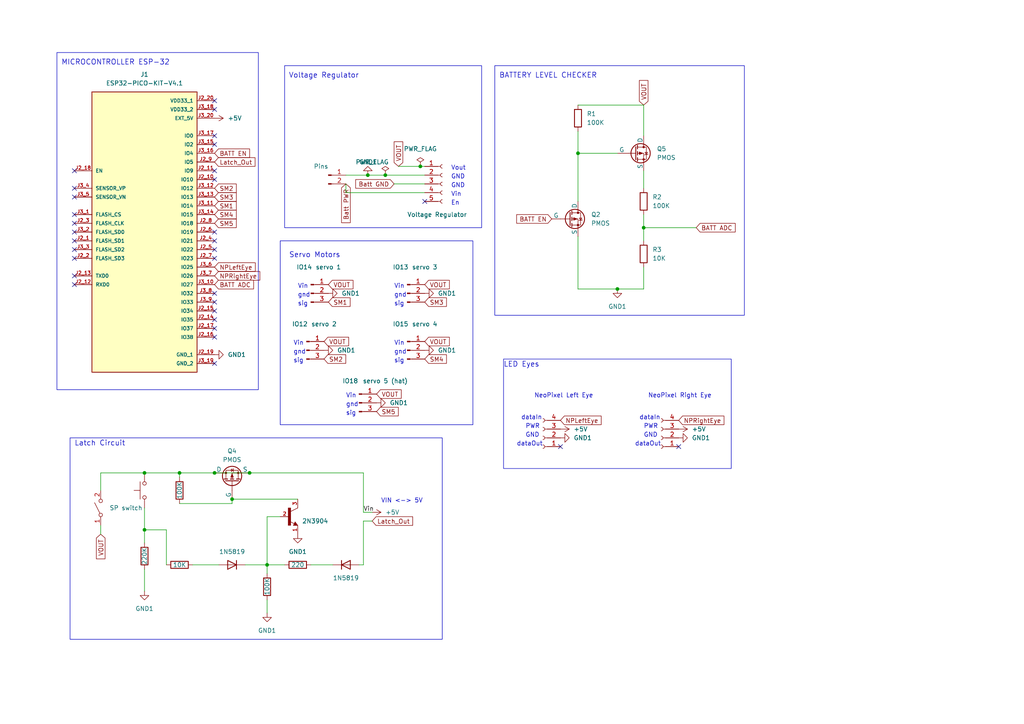
<source format=kicad_sch>
(kicad_sch (version 20230121) (generator eeschema)
  (paper "A4")
  (lib_symbols
    (symbol "2N3904:2N3904" (pin_names (offset 1.016))
      (property "Reference" "Q" (at -10.16 7.62 0))
      (property "Value" "2N3904" (at -10.16 -7.62 0))
      (symbol "2N3904_0_0"
        (rectangle (start -0.254 -2.54) (end 0.508 2.54) (stroke (width 0.1)) (fill (type outline)))
        (polyline (pts (xy 1.27 -2.54) (xy 1.778 -1.524)) (stroke (width 0.1524)))
        (polyline (pts (xy 1.524 -2.413) (xy 2.286 -2.413)) (stroke (width 0.254)))
        (polyline (pts (xy 1.524 -2.286) (xy 1.905 -2.286)) (stroke (width 0.254)))
        (polyline (pts (xy 1.54 -2.04) (xy 0.308 -1.424)) (stroke (width 0.1524)))
        (polyline (pts (xy 1.778 -1.778) (xy 1.524 -2.286)) (stroke (width 0.254)))
        (polyline (pts (xy 1.778 -1.524) (xy 2.54 -2.54)) (stroke (width 0.1524)))
        (polyline (pts (xy 1.905 -2.286) (xy 1.778 -2.032)) (stroke (width 0.254)))
        (polyline (pts (xy 2.286 -2.413) (xy 1.778 -1.778)) (stroke (width 0.254)))
        (polyline (pts (xy 2.54 -2.54) (xy 1.27 -2.54)) (stroke (width 0.1524)))
        (polyline (pts (xy 2.54 2.54) (xy 0.508 1.524)) (stroke (width 0.1524)))
        (pin passive line (at 2.54 -5.08 90) (length 2.54) (name "~") (number "1"))
        (pin passive line (at -2.54 0 0) (length 2.54) (name "~") (number "2"))
        (pin passive line (at 2.54 5.08 270) (length 2.54) (name "~") (number "3"))
      )
    )
    (symbol "Connector:Conn_01x02_Pin" (pin_names (offset 1.016) hide)
      (property "Reference" "J" (at 0 2.54 0))
      (property "Value" "Conn_01x02_Pin" (at 0 -5.08 0))
      (symbol "Conn_01x02_Pin_1_1"
        (polyline (pts (xy 1.27 -2.54) (xy 0.8636 -2.54)) (stroke (width 0.1524)))
        (polyline (pts (xy 1.27 0) (xy 0.8636 0)) (stroke (width 0.1524)))
        (rectangle (start 0.8636 -2.413) (end 0 -2.667) (stroke (width 0.1524)) (fill (type outline)))
        (rectangle (start 0.8636 0.127) (end 0 -0.127) (stroke (width 0.1524)) (fill (type outline)))
        (pin passive line (at 5.08 0 180) (length 3.81) (name "Pin_1") (number "1"))
        (pin passive line (at 5.08 -2.54 180) (length 3.81) (name "Pin_2") (number "2"))
      )
    )
    (symbol "Connector:Conn_01x03_Pin" (pin_names (offset 1.016) hide)
      (property "Reference" "J" (at 0 5.08 0))
      (property "Value" "Conn_01x03_Pin" (at 0 -5.08 0))
      (symbol "Conn_01x03_Pin_1_1"
        (polyline (pts (xy 1.27 -2.54) (xy 0.8636 -2.54)) (stroke (width 0.1524)))
        (polyline (pts (xy 1.27 0) (xy 0.8636 0)) (stroke (width 0.1524)))
        (polyline (pts (xy 1.27 2.54) (xy 0.8636 2.54)) (stroke (width 0.1524)))
        (rectangle (start 0.8636 -2.413) (end 0 -2.667) (stroke (width 0.1524)) (fill (type outline)))
        (rectangle (start 0.8636 0.127) (end 0 -0.127) (stroke (width 0.1524)) (fill (type outline)))
        (rectangle (start 0.8636 2.667) (end 0 2.413) (stroke (width 0.1524)) (fill (type outline)))
        (pin passive line (at 5.08 2.54 180) (length 3.81) (name "Pin_1") (number "1"))
        (pin passive line (at 5.08 0 180) (length 3.81) (name "Pin_2") (number "2"))
        (pin passive line (at 5.08 -2.54 180) (length 3.81) (name "Pin_3") (number "3"))
      )
    )
    (symbol "Connector:Conn_01x04_Socket" (pin_names (offset 1.016) hide)
      (property "Reference" "J" (at 0 5.08 0))
      (property "Value" "Conn_01x04_Socket" (at 0 -7.62 0))
      (symbol "Conn_01x04_Socket_1_1"
        (arc (start 0 -4.572) (mid -0.5058 -5.08) (end 0 -5.588) (stroke (width 0.1524)))
        (arc (start 0 -2.032) (mid -0.5058 -2.54) (end 0 -3.048) (stroke (width 0.1524)))
        (polyline (pts (xy -1.27 -5.08) (xy -0.508 -5.08)) (stroke (width 0.1524)))
        (polyline (pts (xy -1.27 -2.54) (xy -0.508 -2.54)) (stroke (width 0.1524)))
        (polyline (pts (xy -1.27 0) (xy -0.508 0)) (stroke (width 0.1524)))
        (polyline (pts (xy -1.27 2.54) (xy -0.508 2.54)) (stroke (width 0.1524)))
        (arc (start 0 0.508) (mid -0.5058 0) (end 0 -0.508) (stroke (width 0.1524)))
        (arc (start 0 3.048) (mid -0.5058 2.54) (end 0 2.032) (stroke (width 0.1524)))
        (pin passive line (at -5.08 2.54 0) (length 3.81) (name "Pin_1") (number "1"))
        (pin passive line (at -5.08 0 0) (length 3.81) (name "Pin_2") (number "2"))
        (pin passive line (at -5.08 -2.54 0) (length 3.81) (name "Pin_3") (number "3"))
        (pin passive line (at -5.08 -5.08 0) (length 3.81) (name "Pin_4") (number "4"))
      )
    )
    (symbol "Connector:Conn_01x05_Socket" (pin_names (offset 1.016) hide)
      (property "Reference" "J" (at 0 7.62 0))
      (property "Value" "Conn_01x05_Socket" (at 0 -7.62 0))
      (symbol "Conn_01x05_Socket_1_1"
        (arc (start 0 -4.572) (mid -0.5058 -5.08) (end 0 -5.588) (stroke (width 0.1524)))
        (arc (start 0 -2.032) (mid -0.5058 -2.54) (end 0 -3.048) (stroke (width 0.1524)))
        (polyline (pts (xy -1.27 -5.08) (xy -0.508 -5.08)) (stroke (width 0.1524)))
        (polyline (pts (xy -1.27 -2.54) (xy -0.508 -2.54)) (stroke (width 0.1524)))
        (polyline (pts (xy -1.27 0) (xy -0.508 0)) (stroke (width 0.1524)))
        (polyline (pts (xy -1.27 2.54) (xy -0.508 2.54)) (stroke (width 0.1524)))
        (polyline (pts (xy -1.27 5.08) (xy -0.508 5.08)) (stroke (width 0.1524)))
        (arc (start 0 0.508) (mid -0.5058 0) (end 0 -0.508) (stroke (width 0.1524)))
        (arc (start 0 3.048) (mid -0.5058 2.54) (end 0 2.032) (stroke (width 0.1524)))
        (arc (start 0 5.588) (mid -0.5058 5.08) (end 0 4.572) (stroke (width 0.1524)))
        (pin passive line (at -5.08 5.08 0) (length 3.81) (name "Pin_1") (number "1"))
        (pin passive line (at -5.08 2.54 0) (length 3.81) (name "Pin_2") (number "2"))
        (pin passive line (at -5.08 0 0) (length 3.81) (name "Pin_3") (number "3"))
        (pin passive line (at -5.08 -2.54 0) (length 3.81) (name "Pin_4") (number "4"))
        (pin passive line (at -5.08 -5.08 0) (length 3.81) (name "Pin_5") (number "5"))
      )
    )
    (symbol "Device:R" (pin_numbers hide) (pin_names (offset 0))
      (property "Reference" "R" (at 2.032 0 90))
      (property "Value" "R" (at 0 0 90))
      (symbol "R_0_1"
        (rectangle (start -1.016 -2.54) (end 1.016 2.54) (stroke (width 0.254)))
      )
      (symbol "R_1_1"
        (pin passive line (at 0 3.81 270) (length 1.27) (name "~") (number "1"))
        (pin passive line (at 0 -3.81 90) (length 1.27) (name "~") (number "2"))
      )
    )
    (symbol "Diode:1N4006" (pin_numbers hide) (pin_names hide)
      (property "Reference" "D" (at 0 2.54 0))
      (property "Value" "1N4006" (at 0 -2.54 0))
      (symbol "1N4006_0_1"
        (polyline (pts (xy -1.27 1.27) (xy -1.27 -1.27)) (stroke (width 0.254)))
        (polyline (pts (xy 1.27 0) (xy -1.27 0)))
        (polyline (pts (xy 1.27 1.27) (xy 1.27 -1.27) (xy -1.27 0) (xy 1.27 1.27)) (stroke (width 0.254)))
      )
      (symbol "1N4006_1_1"
        (pin passive line (at -3.81 0 0) (length 2.54) (name "K") (number "1"))
        (pin passive line (at 3.81 0 180) (length 2.54) (name "A") (number "2"))
      )
    )
    (symbol "ESP32-PICO-KIT-V4.1:ESP32-PICO-KIT-V4.1" (pin_names (offset 1.016))
      (property "Reference" "J" (at -15.24 41.91 0))
      (property "Value" "ESP32-PICO-KIT-V4.1" (at -15.24 -43.18 0))
      (symbol "ESP32-PICO-KIT-V4.1_0_0"
        (rectangle (start -15.24 -40.64) (end 15.24 40.64) (stroke (width 0.254)) (fill (type background)))
        (pin bidirectional line (at -20.32 -2.54 0) (length 5.08) (name "FLASH_SD1") (number "J2_1"))
        (pin bidirectional line (at 20.32 15.24 180) (length 5.08) (name "IO10") (number "J2_10"))
        (pin bidirectional line (at 20.32 17.78 180) (length 5.08) (name "IO9") (number "J2_11"))
        (pin bidirectional line (at -20.32 -15.24 0) (length 5.08) (name "RXD0") (number "J2_12"))
        (pin bidirectional line (at -20.32 -12.7 0) (length 5.08) (name "TXD0") (number "J2_13"))
        (pin input line (at 20.32 -25.4 180) (length 5.08) (name "IO35") (number "J2_14"))
        (pin input line (at 20.32 -22.86 180) (length 5.08) (name "IO34") (number "J2_15"))
        (pin input line (at 20.32 -30.48 180) (length 5.08) (name "IO38") (number "J2_16"))
        (pin input line (at 20.32 -27.94 180) (length 5.08) (name "IO37") (number "J2_17"))
        (pin input line (at -20.32 17.78 0) (length 5.08) (name "EN") (number "J2_18"))
        (pin power_in line (at 20.32 -35.56 180) (length 5.08) (name "GND_1") (number "J2_19"))
        (pin bidirectional line (at -20.32 -7.62 0) (length 5.08) (name "FLASH_SD3") (number "J2_2"))
        (pin power_in line (at 20.32 38.1 180) (length 5.08) (name "VDD33_1") (number "J2_20"))
        (pin bidirectional line (at -20.32 2.54 0) (length 5.08) (name "FLASH_CLK") (number "J2_3"))
        (pin bidirectional line (at 20.32 -2.54 180) (length 5.08) (name "IO21") (number "J2_4"))
        (pin bidirectional line (at 20.32 -5.08 180) (length 5.08) (name "IO22") (number "J2_5"))
        (pin bidirectional line (at 20.32 0 180) (length 5.08) (name "IO19") (number "J2_6"))
        (pin bidirectional line (at 20.32 -7.62 180) (length 5.08) (name "IO23") (number "J2_7"))
        (pin bidirectional line (at 20.32 2.54 180) (length 5.08) (name "IO18") (number "J2_8"))
        (pin bidirectional line (at 20.32 20.32 180) (length 5.08) (name "IO5") (number "J2_9"))
        (pin bidirectional line (at -20.32 5.08 0) (length 5.08) (name "FLASH_CS") (number "J3_1"))
        (pin bidirectional line (at 20.32 -15.24 180) (length 5.08) (name "IO27") (number "J3_10"))
        (pin bidirectional line (at 20.32 7.62 180) (length 5.08) (name "IO14") (number "J3_11"))
        (pin bidirectional line (at 20.32 12.7 180) (length 5.08) (name "IO12") (number "J3_12"))
        (pin bidirectional line (at 20.32 10.16 180) (length 5.08) (name "IO13") (number "J3_13"))
        (pin bidirectional line (at 20.32 5.08 180) (length 5.08) (name "IO15") (number "J3_14"))
        (pin bidirectional line (at 20.32 25.4 180) (length 5.08) (name "IO2") (number "J3_15"))
        (pin bidirectional line (at 20.32 22.86 180) (length 5.08) (name "IO4") (number "J3_16"))
        (pin bidirectional line (at 20.32 27.94 180) (length 5.08) (name "IO0") (number "J3_17"))
        (pin power_in line (at 20.32 35.56 180) (length 5.08) (name "VDD33_2") (number "J3_18"))
        (pin power_in line (at 20.32 -38.1 180) (length 5.08) (name "GND_2") (number "J3_19"))
        (pin bidirectional line (at -20.32 0 0) (length 5.08) (name "FLASH_SD0") (number "J3_2"))
        (pin power_in line (at 20.32 33.02 180) (length 5.08) (name "EXT_5V") (number "J3_20"))
        (pin bidirectional line (at -20.32 -5.08 0) (length 5.08) (name "FLASH_SD2") (number "J3_3"))
        (pin input line (at -20.32 12.7 0) (length 5.08) (name "SENSOR_VP") (number "J3_4"))
        (pin input line (at -20.32 10.16 0) (length 5.08) (name "SENSOR_VN") (number "J3_5"))
        (pin bidirectional line (at 20.32 -10.16 180) (length 5.08) (name "IO25") (number "J3_6"))
        (pin bidirectional line (at 20.32 -12.7 180) (length 5.08) (name "IO26") (number "J3_7"))
        (pin bidirectional line (at 20.32 -17.78 180) (length 5.08) (name "IO32") (number "J3_8"))
        (pin bidirectional line (at 20.32 -20.32 180) (length 5.08) (name "IO33") (number "J3_9"))
      )
    )
    (symbol "Simulation_SPICE:PMOS" (pin_numbers hide) (pin_names (offset 0))
      (property "Reference" "Q" (at 5.08 1.27 0))
      (property "Value" "PMOS" (at 5.08 -1.27 0))
      (symbol "PMOS_0_1"
        (polyline (pts (xy 0.254 0) (xy -2.54 0)))
        (polyline (pts (xy 0.254 1.905) (xy 0.254 -1.905)) (stroke (width 0.254)))
        (polyline (pts (xy 0.762 -1.27) (xy 0.762 -2.286)) (stroke (width 0.254)))
        (polyline (pts (xy 0.762 0.508) (xy 0.762 -0.508)) (stroke (width 0.254)))
        (polyline (pts (xy 0.762 2.286) (xy 0.762 1.27)) (stroke (width 0.254)))
        (polyline (pts (xy 2.54 2.54) (xy 2.54 1.778)))
        (polyline (pts (xy 2.54 -2.54) (xy 2.54 0) (xy 0.762 0)))
        (polyline (pts (xy 0.762 1.778) (xy 3.302 1.778) (xy 3.302 -1.778) (xy 0.762 -1.778)))
        (polyline (pts (xy 2.286 0) (xy 1.27 0.381) (xy 1.27 -0.381) (xy 2.286 0)) (fill (type outline)))
        (polyline (pts (xy 2.794 -0.508) (xy 2.921 -0.381) (xy 3.683 -0.381) (xy 3.81 -0.254)))
        (polyline (pts (xy 3.302 -0.381) (xy 2.921 0.254) (xy 3.683 0.254) (xy 3.302 -0.381)))
        (circle (center 1.651 0) (radius 2.794) (stroke (width 0.254)))
        (circle (center 2.54 -1.778) (radius 0.254) (fill (type outline)))
        (circle (center 2.54 1.778) (radius 0.254) (fill (type outline)))
      )
      (symbol "PMOS_1_1"
        (pin passive line (at 2.54 5.08 270) (length 2.54) (name "D") (number "1"))
        (pin input line (at -5.08 0 0) (length 2.54) (name "G") (number "2"))
        (pin passive line (at 2.54 -5.08 90) (length 2.54) (name "S") (number "3"))
      )
    )
    (symbol "Switch:SW_Push" (pin_numbers hide) (pin_names (offset 1.016) hide)
      (property "Reference" "SW" (at 1.27 2.54 0))
      (property "Value" "SW_Push" (at 0 -1.524 0))
      (symbol "SW_Push_0_1"
        (circle (center -2.032 0) (radius 0.508))
        (polyline (pts (xy 0 1.27) (xy 0 3.048)))
        (polyline (pts (xy 2.54 1.27) (xy -2.54 1.27)))
        (circle (center 2.032 0) (radius 0.508))
        (pin passive line (at -5.08 0 0) (length 2.54) (name "1") (number "1"))
        (pin passive line (at 5.08 0 180) (length 2.54) (name "2") (number "2"))
      )
    )
    (symbol "Switch:SW_SPST" (pin_names (offset 0) hide)
      (property "Reference" "SW" (at 0 3.175 0))
      (property "Value" "SW_SPST" (at 0 -2.54 0))
      (symbol "SW_SPST_0_0"
        (circle (center -2.032 0) (radius 0.508))
        (polyline (pts (xy -1.524 0.254) (xy 1.524 1.778)))
        (circle (center 2.032 0) (radius 0.508))
      )
      (symbol "SW_SPST_1_1"
        (pin passive line (at -5.08 0 0) (length 2.54) (name "A") (number "1"))
        (pin passive line (at 5.08 0 180) (length 2.54) (name "B") (number "2"))
      )
    )
    (symbol "power:+5V" (power) (pin_names (offset 0))
      (property "Value" "+5V" (at 0 3.556 0))
      (symbol "+5V_0_1"
        (polyline (pts (xy -0.762 1.27) (xy 0 2.54)))
        (polyline (pts (xy 0 0) (xy 0 2.54)))
        (polyline (pts (xy 0 2.54) (xy 0.762 1.27)))
      )
      (symbol "+5V_1_1"
        (pin power_in line (at 0 0 90) (length 0) hide (name "+5V") (number "1"))
      )
    )
    (symbol "power:GND1" (power) (pin_names (offset 0))
      (property "Value" "GND1" (at 0 -3.81 0))
      (symbol "GND1_0_1"
        (polyline (pts (xy 0 0) (xy 0 -1.27) (xy 1.27 -1.27) (xy 0 -2.54) (xy -1.27 -1.27) (xy 0 -1.27)))
      )
      (symbol "GND1_1_1"
        (pin power_in line (at 0 0 270) (length 0) hide (name "GND1") (number "1"))
      )
    )
    (symbol "power:PWR_FLAG" (power) (pin_numbers hide) (pin_names (offset 0) hide)
      (property "Value" "PWR_FLAG" (at 0 3.81 0))
      (symbol "PWR_FLAG_0_0"
        (pin power_out line (at 0 0 90) (length 0) (name "pwr") (number "1"))
      )
      (symbol "PWR_FLAG_0_1"
        (polyline (pts (xy 0 0) (xy 0 1.27) (xy -1.016 1.905) (xy 0 2.54) (xy 1.016 1.905) (xy 0 1.27)))
      )
    )
  )
  (junction (at 72.39 137.16))
  (junction (at 111.76 50.8))
  (junction (at 179.07 83.82))
  (junction (at 167.64 44.45))
  (junction (at 186.69 66.04))
  (junction (at 41.91 137.16))
  (junction (at 67.31 144.78))
  (junction (at 77.47 163.83))
  (junction (at 62.23 137.16))
  (junction (at 121.92 48.26))
  (junction (at 41.91 153.67))
  (junction (at 106.68 50.8))
  (junction (at 52.07 137.16))
  (no_connect (at 62.23 74.93))
  (no_connect (at 21.59 64.77))
  (no_connect (at 62.23 39.37))
  (no_connect (at 21.59 72.39))
  (no_connect (at 123.19 58.42))
  (no_connect (at 62.23 41.91))
  (no_connect (at 21.59 49.53))
  (no_connect (at 21.59 69.85))
  (no_connect (at 62.23 52.07))
  (no_connect (at 62.23 67.31))
  (no_connect (at 62.23 105.41))
  (no_connect (at 62.23 87.63))
  (no_connect (at 62.23 85.09))
  (no_connect (at 196.85 129.54))
  (no_connect (at 162.56 129.54))
  (no_connect (at 62.23 97.79))
  (no_connect (at 62.23 90.17))
  (no_connect (at 62.23 72.39))
  (no_connect (at 62.23 92.71))
  (no_connect (at 21.59 62.23))
  (no_connect (at 62.23 31.75))
  (no_connect (at 21.59 54.61))
  (no_connect (at 62.23 95.25))
  (no_connect (at 21.59 82.55))
  (no_connect (at 62.23 29.21))
  (no_connect (at 21.59 57.15))
  (no_connect (at 21.59 74.93))
  (no_connect (at 21.59 67.31))
  (no_connect (at 21.59 80.01))
  (no_connect (at 62.23 49.53))
  (no_connect (at 62.23 69.85))
  (wire (pts (xy 77.47 166.37) (xy 77.47 163.83)))
  (wire (pts (xy 67.31 144.78) (xy 67.31 146.05)))
  (wire (pts (xy 77.47 173.99) (xy 77.47 177.8)))
  (wire (pts (xy 52.07 137.16) (xy 62.23 137.16)))
  (wire (pts (xy 77.47 163.83) (xy 77.47 149.86)))
  (wire (pts (xy 29.21 152.4) (xy 29.21 154.94)))
  (wire (pts (xy 41.91 165.1) (xy 41.91 171.45)))
  (wire (pts (xy 29.21 137.16) (xy 29.21 142.24)))
  (wire (pts (xy 106.68 50.8) (xy 111.76 50.8)))
  (wire (pts (xy 62.23 137.16) (xy 72.39 137.16)))
  (wire (pts (xy 41.91 153.67) (xy 48.26 153.67)))
  (wire (pts (xy 186.69 77.47) (xy 186.69 83.82)))
  (wire (pts (xy 41.91 137.16) (xy 52.07 137.16)))
  (wire (pts (xy 115.57 48.26) (xy 121.92 48.26)))
  (wire (pts (xy 100.33 55.88) (xy 100.33 53.34)))
  (wire (pts (xy 167.64 44.45) (xy 167.64 58.42)))
  (wire (pts (xy 105.41 151.13) (xy 105.41 163.83)))
  (wire (pts (xy 121.92 48.26) (xy 123.19 48.26)))
  (wire (pts (xy 41.91 147.32) (xy 41.91 153.67)))
  (wire (pts (xy 123.19 55.88) (xy 100.33 55.88)))
  (wire (pts (xy 100.33 50.8) (xy 106.68 50.8)))
  (wire (pts (xy 105.41 148.59) (xy 107.95 148.59)))
  (wire (pts (xy 167.64 83.82) (xy 179.07 83.82)))
  (wire (pts (xy 55.88 163.83) (xy 63.5 163.83)))
  (wire (pts (xy 186.69 30.48) (xy 186.69 39.37)))
  (wire (pts (xy 29.21 137.16) (xy 41.91 137.16)))
  (wire (pts (xy 48.26 153.67) (xy 48.26 163.83)))
  (wire (pts (xy 167.64 68.58) (xy 167.64 83.82)))
  (wire (pts (xy 111.76 50.8) (xy 123.19 50.8)))
  (wire (pts (xy 167.64 38.1) (xy 167.64 44.45)))
  (wire (pts (xy 41.91 153.67) (xy 41.91 157.48)))
  (wire (pts (xy 186.69 49.53) (xy 186.69 54.61)))
  (wire (pts (xy 186.69 66.04) (xy 186.69 69.85)))
  (wire (pts (xy 179.07 83.82) (xy 186.69 83.82)))
  (wire (pts (xy 104.14 163.83) (xy 105.41 163.83)))
  (wire (pts (xy 105.41 137.16) (xy 105.41 148.59)))
  (wire (pts (xy 167.64 30.48) (xy 186.69 30.48)))
  (wire (pts (xy 77.47 149.86) (xy 81.28 149.86)))
  (wire (pts (xy 77.47 163.83) (xy 82.55 163.83)))
  (wire (pts (xy 67.31 144.78) (xy 86.36 144.78)))
  (wire (pts (xy 52.07 137.16) (xy 52.07 138.43)))
  (wire (pts (xy 186.69 66.04) (xy 201.93 66.04)))
  (wire (pts (xy 72.39 137.16) (xy 105.41 137.16)))
  (wire (pts (xy 71.12 163.83) (xy 77.47 163.83)))
  (wire (pts (xy 90.17 163.83) (xy 96.52 163.83)))
  (wire (pts (xy 114.3 53.34) (xy 123.19 53.34)))
  (wire (pts (xy 186.69 62.23) (xy 186.69 66.04)))
  (wire (pts (xy 105.41 151.13) (xy 107.95 151.13)))
  (wire (pts (xy 52.07 146.05) (xy 67.31 146.05)))
  (wire (pts (xy 179.07 44.45) (xy 167.64 44.45)))
  (rectangle (start 146.05 104.14) (end 212.09 135.89))
  (rectangle (start 82.55 19.05) (end 139.7 66.04))
  (rectangle (start 143.51 19.05) (end 215.9 91.44))
  (rectangle (start 81.28 69.85) (end 137.16 123.19))
  (rectangle (start 20.32 127) (end 128.27 185.42))
  (rectangle (start 16.51 15.24) (end 74.93 113.03))
  (text "sig" (at 114.3 105.41 0) (effects (font (size 1.27 1.27)) (justify left bottom)))
  (text "VIN <-> 5V" (at 110.49 146.05 0) (effects (font (size 1.27 1.27)) (justify left bottom)))
  (text "GND" (at 152.4 127 0) (effects (font (size 1.27 1.27)) (justify left bottom)))
  (text "Vin\n" (at 114.3 83.82 0) (effects (font (size 1.27 1.27)) (justify left bottom)))
  (text "Latch Circuit" (at 21.59 129.54 0) (effects (font (size 1.5 1.5)) (justify left bottom)))
  (text "NeoPixel Left Eye" (at 154.94 115.57 0) (effects (font (size 1.27 1.27)) (justify left bottom)))
  (text "Voltage Regulator" (at 104.14 22.86 0) (effects (font (size 1.5 1.5)) (justify right bottom)))
  (text "sig" (at 85.09 105.41 0) (effects (font (size 1.27 1.27)) (justify left bottom)))
  (text "gnd\n" (at 114.3 102.87 0) (effects (font (size 1.27 1.27)) (justify left bottom)))
  (text "Servo Motors" (at 83.82 74.93 0) (effects (font (size 1.5 1.5)) (justify left bottom)))
  (text "sig" (at 114.3 88.9 0) (effects (font (size 1.27 1.27)) (justify left bottom)))
  (text "NeoPixel Right Eye" (at 187.96 115.57 0) (effects (font (size 1.27 1.27)) (justify left bottom)))
  (text "dataIn" (at 185.42 121.92 0) (effects (font (size 1.27 1.27)) (justify left bottom)))
  (text "LED Eyes" (at 146.05 106.68 0) (effects (font (size 1.5 1.5)) (justify left bottom)))
  (text "GND" (at 130.81 54.61 0) (effects (font (size 1.27 1.27)) (justify left bottom)))
  (text "BATTERY LEVEL CHECKER" (at 144.78 22.86 0) (effects (font (size 1.5 1.5)) (justify left bottom)))
  (text "dataOut\n" (at 149.86 129.54 0) (effects (font (size 1.27 1.27)) (justify left bottom)))
  (text "MICROCONTROLLER ESP-32\n" (at 17.78 19.05 0) (effects (font (size 1.5 1.5)) (justify left bottom)))
  (text "Vin\n" (at 86.36 83.82 0) (effects (font (size 1.27 1.27)) (justify left bottom)))
  (text "gnd\n" (at 114.3 86.36 0) (effects (font (size 1.27 1.27)) (justify left bottom)))
  (text "PWR" (at 186.69 124.46 0) (effects (font (size 1.27 1.27)) (justify left bottom)))
  (text "Vin\n" (at 85.09 100.33 0) (effects (font (size 1.27 1.27)) (justify left bottom)))
  (text "sig" (at 86.36 88.9 0) (effects (font (size 1.27 1.27)) (justify left bottom)))
  (text "Vin" (at 130.81 57.15 0) (effects (font (size 1.27 1.27)) (justify left bottom)))
  (text "Vout" (at 130.81 49.53 0) (effects (font (size 1.27 1.27)) (justify left bottom)))
  (text "PWR" (at 152.4 124.46 0) (effects (font (size 1.27 1.27)) (justify left bottom)))
  (text "GND\n" (at 130.81 52.07 0) (effects (font (size 1.27 1.27)) (justify left bottom)))
  (text "Vin\n" (at 114.3 100.33 0) (effects (font (size 1.27 1.27)) (justify left bottom)))
  (text "En" (at 130.81 59.69 0) (effects (font (size 1.27 1.27)) (justify left bottom)))
  (text "dataOut\n" (at 184.15 129.54 0) (effects (font (size 1.27 1.27)) (justify left bottom)))
  (text "GND" (at 186.69 127 0) (effects (font (size 1.27 1.27)) (justify left bottom)))
  (text "gnd\n" (at 85.09 102.87 0) (effects (font (size 1.27 1.27)) (justify left bottom)))
  (text "sig" (at 100.33 120.65 0) (effects (font (size 1.27 1.27)) (justify left bottom)))
  (text "gnd\n" (at 100.33 118.11 0) (effects (font (size 1.27 1.27)) (justify left bottom)))
  (text "Vin\n" (at 100.33 115.57 0) (effects (font (size 1.27 1.27)) (justify left bottom)))
  (text "gnd\n" (at 86.36 86.36 0) (effects (font (size 1.27 1.27)) (justify left bottom)))
  (text "dataIn" (at 151.13 121.92 0) (effects (font (size 1.27 1.27)) (justify left bottom)))
  (label "Vin" (at 105.41 148.59 0))
  (global_label "SM2" (shape input) (at 62.23 54.61 0) (property "Intersheetrefs" "${INTERSHEET_REFS}" (effects hide)))
  (global_label "SM4" (shape input) (at 123.19 104.14 0) (property "Intersheetrefs" "${INTERSHEET_REFS}" (effects hide)))
  (global_label "BATT ADC" (shape input) (at 201.93 66.04 0) (property "Intersheetrefs" "${INTERSHEET_REFS}" (effects hide)))
  (global_label "VOUT" (shape input) (at 123.19 82.55 0) (property "Intersheetrefs" "${INTERSHEET_REFS}" (effects hide)))
  (global_label "SM3" (shape input) (at 62.23 57.15 0) (property "Intersheetrefs" "${INTERSHEET_REFS}" (effects hide)))
  (global_label "VOUT" (shape input) (at 109.22 114.3 0) (property "Intersheetrefs" "${INTERSHEET_REFS}" (effects hide)))
  (global_label "BATT EN" (shape input) (at 160.02 63.5 180) (property "Intersheetrefs" "${INTERSHEET_REFS}" (effects hide)))
  (global_label "VOUT" (shape input) (at 95.25 82.55 0) (property "Intersheetrefs" "${INTERSHEET_REFS}" (effects hide)))
  (global_label "VOUT" (shape input) (at 123.19 99.06 0) (property "Intersheetrefs" "${INTERSHEET_REFS}" (effects hide)))
  (global_label "Latch_Out" (shape input) (at 107.95 151.13 0) (property "Intersheetrefs" "${INTERSHEET_REFS}" (effects hide)))
  (global_label "SM4" (shape input) (at 62.23 62.23 0) (property "Intersheetrefs" "${INTERSHEET_REFS}" (effects hide)))
  (global_label "SM2" (shape input) (at 93.98 104.14 0) (property "Intersheetrefs" "${INTERSHEET_REFS}" (effects hide)))
  (global_label "NPLeftEye" (shape input) (at 62.23 77.47 0) (property "Intersheetrefs" "${INTERSHEET_REFS}" (effects hide)))
  (global_label "NPRightEye" (shape input) (at 196.85 121.92 0) (property "Intersheetrefs" "${INTERSHEET_REFS}" (effects hide)))
  (global_label "BATT EN" (shape input) (at 62.23 44.45 0) (property "Intersheetrefs" "${INTERSHEET_REFS}" (effects hide)))
  (global_label "VOUT" (shape input) (at 93.98 99.06 0) (property "Intersheetrefs" "${INTERSHEET_REFS}" (effects hide)))
  (global_label "SM5" (shape input) (at 62.23 64.77 0) (property "Intersheetrefs" "${INTERSHEET_REFS}" (effects hide)))
  (global_label "BATT ADC" (shape input) (at 62.23 82.55 0) (property "Intersheetrefs" "${INTERSHEET_REFS}" (effects hide)))
  (global_label "SM1" (shape input) (at 95.25 87.63 0) (property "Intersheetrefs" "${INTERSHEET_REFS}" (effects hide)))
  (global_label "Latch_Out" (shape input) (at 62.23 46.99 0) (property "Intersheetrefs" "${INTERSHEET_REFS}" (effects hide)))
  (global_label "SM3" (shape input) (at 123.19 87.63 0) (property "Intersheetrefs" "${INTERSHEET_REFS}" (effects hide)))
  (global_label "NPRightEye" (shape input) (at 62.23 80.01 0) (property "Intersheetrefs" "${INTERSHEET_REFS}" (effects hide)))
  (global_label "VOUT" (shape input) (at 186.69 30.48 90) (property "Intersheetrefs" "${INTERSHEET_REFS}" (effects hide)))
  (global_label "VOUT" (shape input) (at 115.57 48.26 90) (property "Intersheetrefs" "${INTERSHEET_REFS}" (effects hide)))
  (global_label "Batt GND" (shape input) (at 114.3 53.34 180) (property "Intersheetrefs" "${INTERSHEET_REFS}" (effects hide)))
  (global_label "NPLeftEye" (shape input) (at 162.56 121.92 0) (property "Intersheetrefs" "${INTERSHEET_REFS}" (effects hide)))
  (global_label "SM5" (shape input) (at 109.22 119.38 0) (property "Intersheetrefs" "${INTERSHEET_REFS}" (effects hide)))
  (global_label "Batt PWR" (shape input) (at 100.33 53.34 270) (property "Intersheetrefs" "${INTERSHEET_REFS}" (effects hide)))
  (global_label "SM1" (shape input) (at 62.23 59.69 0) (property "Intersheetrefs" "${INTERSHEET_REFS}" (effects hide)))
  (global_label "VOUT" (shape input) (at 29.21 154.94 270) (property "Intersheetrefs" "${INTERSHEET_REFS}" (effects hide)))
  (symbol (lib_id "Connector:Conn_01x05_Socket") (at 128.27 53.34 0) (unit 1)
    (property "Reference" "J2" (effects hide))
    (property "Value" "Voltage Regulator" (at 118.11 62.23 0) (effects (justify left)))
    (property "Footprint" "Connector_PinSocket_1.00mm:PinSocket_1x05_P1.00mm_Vertical" (effects hide))
  )
  (symbol (lib_id "Device:R") (at 52.07 163.83 90) (unit 1)
    (property "Reference" "R6" (effects hide))
    (property "Value" "10K" (at 52.07 163.83 90))
    (property "Footprint" "Resistor_SMD:R_0805_2012Metric" (effects hide))
  )
  (symbol (lib_id "Device:R") (at 52.07 142.24 0) (unit 1)
    (property "Reference" "R5" (effects hide))
    (property "Value" "100K" (at 52.07 144.78 90) (effects (justify left)))
    (property "Footprint" "Resistor_SMD:R_0805_2012Metric" (effects hide))
  )
  (symbol (lib_id "Connector:Conn_01x03_Pin") (at 88.9 101.6 0) (unit 1)
    (property "Reference" "IO12" (at 86.995 93.98 0))
    (property "Value" "servo 2" (at 93.98 93.98 0))
    (property "Footprint" "Connector_PinHeader_1.00mm:PinHeader_1x03_P1.00mm_Vertical" (effects hide))
  )
  (symbol (lib_id "power:+5V") (at 62.23 34.29 270) (unit 1)
    (property "Reference" "#PWR012" (effects hide))
    (property "Value" "+5V" (at 66.04 34.29 90) (effects (justify left)))
  )
  (symbol (lib_id "power:GND1") (at 196.85 127 90) (unit 1)
    (property "Reference" "#PWR021" (effects hide))
    (property "Value" "GND1" (at 200.66 127 90) (effects (justify right)))
  )
  (symbol (lib_id "power:GND1") (at 77.47 177.8 0) (unit 1)
    (property "Reference" "#PWR017" (effects hide))
    (property "Value" "GND1" (at 77.47 182.88 0))
  )
  (symbol (lib_id "Simulation_SPICE:PMOS") (at 165.1 63.5 0) (unit 1)
    (property "Reference" "Q2" (at 171.45 62.23 0) (effects (justify left)))
    (property "Value" "PMOS" (at 171.45 64.77 0) (effects (justify left)))
    (property "Footprint" "dancebot pcb libraries stuff:TO254P1052X465X1989-3" (effects hide))
    (property "Datasheet" "https://ngspice.sourceforge.io/docs/ngspice-manual.pdf" (effects hide))
    (property "Sim.Device" "PMOS" (effects hide))
    (property "Sim.Type" "VDMOS" (effects hide))
    (property "Sim.Pins" "1=D 2=G 3=S" (effects hide))
  )
  (symbol (lib_id "power:GND1") (at 95.25 85.09 90) (unit 1)
    (property "Reference" "#PWR023" (effects hide))
    (property "Value" "GND1" (at 99.06 85.09 90) (effects (justify right)))
  )
  (symbol (lib_id "ESP32-PICO-KIT-V4.1:ESP32-PICO-KIT-V4.1") (at 41.91 67.31 0) (unit 1)
    (property "Reference" "J1" (at 41.91 21.59 0))
    (property "Value" "ESP32-PICO-KIT-V4.1" (at 41.91 24.13 0))
    (property "Footprint" "ESP32-PICO-KIT-V4.1:XCVR_ESP32-PICO-KIT-V4.1" (effects hide))
    (property "MF" "Espressif Systems" (effects hide))
    (property "MAXIMUM_PACKAGE_HEIGHT" "10 mm" (effects hide))
    (property "Package" "None" (effects hide))
    (property "Price" "None" (effects hide))
    (property "Check_prices" "https://www.snapeda.com/parts/ESP32-PICO-KIT-V4.1/Espressif+Systems/view-part/?ref=eda" (effects hide))
    (property "STANDARD" "Manufacturer Recommendations" (effects hide))
    (property "PARTREV" "4.1" (effects hide))
    (property "SnapEDA_Link" "https://www.snapeda.com/parts/ESP32-PICO-KIT-V4.1/Espressif+Systems/view-part/?ref=snap" (effects hide))
    (property "MP" "ESP32-PICO-KIT-V4.1" (effects hide))
    (property "Description" "\\nWiFi Development Tools (802.11)\\n" (effects hide))
    (property "Availability" "In Stock" (effects hide))
    (property "MANUFACTURER" "Espressif Systems" (effects hide))
  )
  (symbol (lib_id "power:GND1") (at 162.56 127 90) (unit 1)
    (property "Reference" "#PWR024" (effects hide))
    (property "Value" "GND1" (at 166.37 127 90) (effects (justify right)))
  )
  (symbol (lib_id "Connector:Conn_01x02_Pin") (at 95.25 50.8 0) (unit 1)
    (property "Reference" "J4" (effects hide))
    (property "Value" "Pins" (at 95.25 48.26 0) (effects (justify right)))
    (property "Footprint" "Connector_PinHeader_1.00mm:PinHeader_1x02_P1.00mm_Vertical" (effects hide))
  )
  (symbol (lib_id "power:+5V") (at 162.56 124.46 270) (unit 1)
    (property "Reference" "#PWR025" (effects hide))
    (property "Value" "+5V" (at 166.37 124.46 90) (effects (justify left)))
  )
  (symbol (lib_id "power:GND1") (at 106.68 50.8 180) (unit 1)
    (property "Reference" "#PWR01" (effects hide))
    (property "Value" "GND1" (at 104.14 46.99 0) (effects (justify right)))
  )
  (symbol (lib_id "Simulation_SPICE:PMOS") (at 184.15 44.45 0) (unit 1)
    (property "Reference" "Q5" (at 190.5 43.18 0) (effects (justify left)))
    (property "Value" "PMOS" (at 190.5 45.72 0) (effects (justify left)))
    (property "Footprint" "dancebot pcb libraries stuff:TO254P1052X465X1989-3" (effects hide))
    (property "Datasheet" "https://ngspice.sourceforge.io/docs/ngspice-manual.pdf" (effects hide))
    (property "Sim.Device" "PMOS" (effects hide))
    (property "Sim.Type" "VDMOS" (effects hide))
    (property "Sim.Pins" "1=D 2=G 3=S" (effects hide))
  )
  (symbol (lib_id "Device:R") (at 77.47 170.18 0) (unit 1)
    (property "Reference" "R7" (effects hide))
    (property "Value" "100K" (at 77.47 172.72 90) (effects (justify left)))
    (property "Footprint" "Resistor_SMD:R_0805_2012Metric" (effects hide))
  )
  (symbol (lib_id "Connector:Conn_01x04_Socket") (at 157.48 127 180) (unit 1)
    (property "Reference" "J7" (effects hide))
    (property "Value" "Conn_01x04_Socket" (effects hide))
    (property "Footprint" "Connector_PinSocket_1.00mm:PinSocket_1x04_P1.00mm_Vertical" (effects hide))
  )
  (symbol (lib_id "Device:R") (at 86.36 163.83 90) (unit 1)
    (property "Reference" "R8" (effects hide))
    (property "Value" "220" (at 86.36 163.83 90))
    (property "Footprint" "Resistor_SMD:R_0805_2012Metric" (effects hide))
  )
  (symbol (lib_id "Device:R") (at 186.69 73.66 0) (unit 1)
    (property "Reference" "R3" (at 189.23 72.39 0) (effects (justify left)))
    (property "Value" "10K" (at 189.23 74.93 0) (effects (justify left)))
    (property "Footprint" "Resistor_SMD:R_0805_2012Metric" (effects hide))
  )
  (symbol (lib_id "Device:R") (at 167.64 34.29 0) (unit 1)
    (property "Reference" "R1" (at 170.18 33.02 0) (effects (justify left)))
    (property "Value" "100K" (at 170.18 35.56 0) (effects (justify left)))
    (property "Footprint" "Resistor_SMD:R_0805_2012Metric" (effects hide))
  )
  (symbol (lib_id "Device:R") (at 186.69 58.42 0) (unit 1)
    (property "Reference" "R2" (at 189.23 57.15 0) (effects (justify left)))
    (property "Value" "100K" (at 189.23 59.69 0) (effects (justify left)))
    (property "Footprint" "Resistor_SMD:R_0805_2012Metric" (effects hide))
  )
  (symbol (lib_id "Connector:Conn_01x03_Pin") (at 104.14 116.84 0) (unit 1)
    (property "Reference" "IO18" (at 101.6 110.49 0))
    (property "Value" "servo 5 (hat)" (at 111.76 110.49 0))
    (property "Footprint" "Connector_PinHeader_1.00mm:PinHeader_1x03_P1.00mm_Vertical" (effects hide))
  )
  (symbol (lib_id "power:GND1") (at 123.19 101.6 90) (unit 1)
    (property "Reference" "#PWR08" (effects hide))
    (property "Value" "GND1" (at 127 101.6 90) (effects (justify right)))
  )
  (symbol (lib_id "Connector:Conn_01x03_Pin") (at 118.11 85.09 0) (unit 1)
    (property "Reference" "IO13" (at 116.205 77.47 0))
    (property "Value" "servo 3" (at 123.19 77.47 0))
    (property "Footprint" "Connector_PinHeader_1.00mm:PinHeader_1x03_P1.00mm_Vertical" (effects hide))
  )
  (symbol (lib_id "Simulation_SPICE:PMOS") (at 67.31 139.7 90) (unit 1)
    (property "Reference" "Q4" (at 67.31 130.81 90))
    (property "Value" "PMOS" (at 67.31 133.35 90))
    (property "Footprint" "dancebot pcb libraries stuff:TO254P1052X465X1989-3" (effects hide))
    (property "Datasheet" "https://ngspice.sourceforge.io/docs/ngspice-manual.pdf" (effects hide))
    (property "Sim.Device" "PMOS" (effects hide))
    (property "Sim.Type" "VDMOS" (effects hide))
    (property "Sim.Pins" "1=D 2=G 3=S" (effects hide))
  )
  (symbol (lib_id "power:GND1") (at 179.07 83.82 0) (unit 1)
    (property "Reference" "#PWR014" (effects hide))
    (property "Value" "GND1" (at 179.07 88.9 0))
  )
  (symbol (lib_id "power:GND1") (at 123.19 85.09 90) (unit 1)
    (property "Reference" "#PWR04" (effects hide))
    (property "Value" "GND1" (at 127 85.09 90) (effects (justify right)))
  )
  (symbol (lib_id "Switch:SW_Push") (at 41.91 142.24 90) (unit 1)
    (property "Reference" "SW1" (effects hide))
    (property "Value" "SP switch" (at 31.75 147.32 90) (effects (justify right)))
    (property "Footprint" "Connector_PinHeader_1.00mm:PinHeader_1x02_P1.00mm_Vertical" (effects hide))
  )
  (symbol (lib_id "2N3904:2N3904") (at 83.82 149.86 0) (unit 1)
    (property "Reference" "Q3" (effects hide))
    (property "Value" "2N3904" (at 87.63 151.13 0) (effects (justify left)))
    (property "Footprint" "2N3904:TO92127P495H495-3" (effects hide))
    (property "MF" "ON Semiconductor" (effects hide))
    (property "MAXIMUM_PACKAGE_HEIGHT" "4.95 mm" (effects hide))
    (property "Package" "E-PKG AXIAL-LEADED-2 ON Semiconductor" (effects hide))
    (property "Price" "None" (effects hide))
    (property "Check_prices" "https://www.snapeda.com/parts/2N3904/Onsemi/view-part/?ref=eda" (effects hide))
    (property "STANDARD" "IPC 7351B" (effects hide))
    (property "PARTREV" "February 2003" (effects hide))
    (property "SnapEDA_Link" "https://www.snapeda.com/parts/2N3904/Onsemi/view-part/?ref=snap" (effects hide))
    (property "MP" "2N3904" (effects hide))
    (property "Purchase-URL" "https://www.snapeda.com/api/url_track_click_mouser/?unipart_id=5844981&manufacturer=ON Semiconductor&part_name=2N3904&search_term=2n3904" (effects hide))
    (property "Description" "\nBipolar (BJT) Transistor NPN 40 V 200 mA 300MHz 625 mW Through Hole TO-92 (TO-226)\n" (effects hide))
    (property "Availability" "In Stock" (effects hide))
    (property "MANUFACTURER" "STMicroelectronics" (effects hide))
  )
  (symbol (lib_id "Switch:SW_SPST") (at 29.21 147.32 90) (unit 1)
    (property "Reference" "SW2" (effects hide))
    (property "Value" "SW_SPST" (effects hide))
    (property "Footprint" "Connector_PinHeader_1.00mm:PinHeader_1x02_P1.00mm_Vertical" (effects hide))
  )
  (symbol (lib_id "power:GND1") (at 93.98 101.6 90) (unit 1)
    (property "Reference" "#PWR06" (effects hide))
    (property "Value" "GND1" (at 97.79 101.6 90) (effects (justify right)))
  )
  (symbol (lib_id "power:+5V") (at 196.85 124.46 270) (unit 1)
    (property "Reference" "#PWR020" (effects hide))
    (property "Value" "+5V" (at 200.66 124.46 90) (effects (justify left)))
  )
  (symbol (lib_id "power:PWR_FLAG") (at 121.92 48.26 0) (unit 1)
    (property "Reference" "#FLG01" (effects hide))
    (property "Value" "PWR_FLAG" (at 121.92 43.18 0))
  )
  (symbol (lib_id "power:GND1") (at 86.36 154.94 0) (unit 1)
    (property "Reference" "#PWR019" (effects hide))
    (property "Value" "GND1" (at 86.36 160.02 0))
  )
  (symbol (lib_id "Device:R") (at 41.91 161.29 0) (unit 1)
    (property "Reference" "R4" (effects hide))
    (property "Value" "220K" (at 41.91 158.75 90) (effects (justify right)))
    (property "Footprint" "Resistor_SMD:R_0805_2012Metric" (effects hide))
  )
  (symbol (lib_id "Connector:Conn_01x03_Pin") (at 90.17 85.09 0) (unit 1)
    (property "Reference" "IO14" (at 88.265 77.47 0))
    (property "Value" "servo 1" (at 95.25 77.47 0))
    (property "Footprint" "Connector_PinHeader_1.00mm:PinHeader_1x03_P1.00mm_Vertical" (effects hide))
  )
  (symbol (lib_id "power:PWR_FLAG") (at 111.76 50.8 0) (unit 1)
    (property "Reference" "#FLG02" (effects hide))
    (property "Value" "PWR_FLAG" (at 107.95 46.99 0))
  )
  (symbol (lib_id "power:GND1") (at 62.23 102.87 90) (unit 1)
    (property "Reference" "#PWR05" (effects hide))
    (property "Value" "GND1" (at 66.04 102.87 90) (effects (justify right)))
  )
  (symbol (lib_id "power:+5V") (at 107.95 148.59 270) (unit 1)
    (property "Reference" "#PWR013" (effects hide))
    (property "Value" "+5V" (at 111.76 148.59 90) (effects (justify left)))
  )
  (symbol (lib_id "Diode:1N4006") (at 67.31 163.83 180) (unit 1)
    (property "Reference" "D1" (effects hide))
    (property "Value" "1N5819" (at 67.31 160.02 0))
    (property "Footprint" "Diode_THT:D_DO-41_SOD81_P10.16mm_Horizontal" (effects hide))
    (property "Datasheet" "http://www.vishay.com/docs/88503/1n4001.pdf" (effects hide))
    (property "Sim.Device" "D" (effects hide))
    (property "Sim.Pins" "1=K 2=A" (effects hide))
  )
  (symbol (lib_id "power:GND1") (at 109.22 116.84 90) (unit 1)
    (property "Reference" "#PWR011" (effects hide))
    (property "Value" "GND1" (at 113.03 116.84 90) (effects (justify right)))
  )
  (symbol (lib_id "Connector:Conn_01x03_Pin") (at 118.11 101.6 0) (unit 1)
    (property "Reference" "IO15" (at 116.205 93.98 0))
    (property "Value" "servo 4" (at 123.19 93.98 0))
    (property "Footprint" "Connector_PinHeader_1.00mm:PinHeader_1x03_P1.00mm_Vertical" (effects hide))
  )
  (symbol (lib_id "Connector:Conn_01x04_Socket") (at 191.77 127 180) (unit 1)
    (property "Reference" "J6" (effects hide))
    (property "Value" "Conn_01x04_Socket" (effects hide))
    (property "Footprint" "Connector_PinSocket_1.00mm:PinSocket_1x04_P1.00mm_Vertical" (effects hide))
  )
  (symbol (lib_id "power:GND1") (at 41.91 171.45 0) (unit 1)
    (property "Reference" "#PWR016" (effects hide))
    (property "Value" "GND1" (at 41.91 176.53 0))
  )
  (symbol (lib_id "Diode:1N4006") (at 100.33 163.83 0) (unit 1)
    (property "Reference" "D2" (effects hide))
    (property "Value" "1N5819" (at 100.33 167.64 0))
    (property "Footprint" "Diode_THT:D_DO-41_SOD81_P10.16mm_Horizontal" (effects hide))
    (property "Datasheet" "http://www.vishay.com/docs/88503/1n4001.pdf" (effects hide))
    (property "Sim.Device" "D" (effects hide))
    (property "Sim.Pins" "1=K 2=A" (effects hide))
  )
)
</source>
